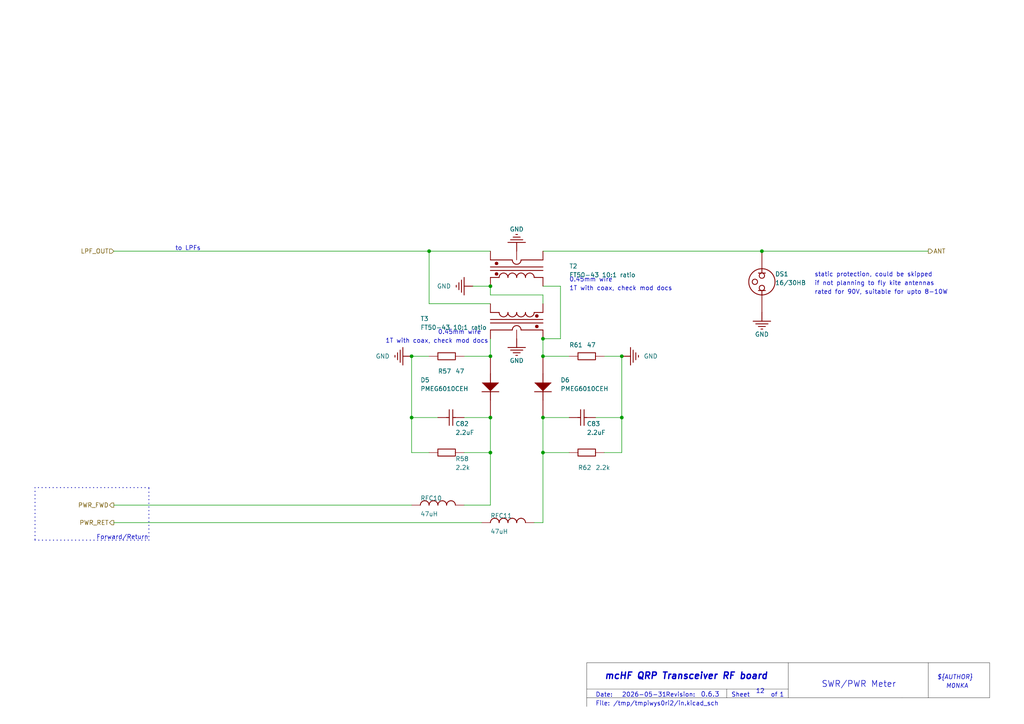
<source format=kicad_sch>
(kicad_sch (version 20231120) (generator "eeschema") (generator_version "8.0")
  (paper "A4")
  (title_block (title "mcHF QRP Transceiver RF board") (rev "0.6.3") (company "M0NKA"))
  (lib_symbols
    (symbol "rf_main-altium-import:GND_POWER_GROUND" (power)
      (property "Reference" "#PWR" (at 0 0 0))
      (property "Value" "GND" (at 0 6.35 0))
      (symbol "GND_POWER_GROUND_0_0"
        (polyline (pts (xy -2.54 -2.54) (xy 2.54 -2.54)) (stroke (width 0.254)))
        (polyline (pts (xy -1.778 -3.302) (xy 1.778 -3.302)) (stroke (width 0.254)))
        (polyline (pts (xy -1.016 -4.064) (xy 1.016 -4.064)) (stroke (width 0.254)))
        (polyline (pts (xy -0.254 -4.826) (xy 0.254 -4.826)) (stroke (width 0.254)))
        (polyline (pts (xy 0 0) (xy 0 -2.54)) (stroke (width 0.254)))
        (pin power_in line (at 0 0 0) (length 0) hide (name "GND") (number ""))
      )
    )
    (symbol "rf_main-altium-import:SWR/Power meter_0_RES_0"
      (symbol "SWR/Power meter_0_RES_0_1_0"
        (rectangle (start 5.08 -1.524) (end 0 -3.556) (stroke (width 0.254)))
        (pin passive line (at -2.54 -2.54 0) (length 2.54) (name "1") (number "1"))
        (pin passive line (at 7.62 -2.54 180) (length 2.54) (name "2") (number "2"))
      )
    )
    (symbol "rf_main-altium-import:SWR/Power meter_0_SWR_TR"
      (symbol "SWR/Power meter_0_SWR_TR_1_0"
        (polyline (pts (xy 2.54 2.54) (xy 5.08 2.54)) (stroke (width 0.254)))
        (polyline (pts (xy 2.54 4.572) (xy 17.78 4.572)) (stroke (width 0.254)))
        (polyline (pts (xy 2.54 5.588) (xy 17.78 5.588)) (stroke (width 0.254)))
        (polyline (pts (xy 2.54 7.62) (xy 8.89 7.62)) (stroke (width 0.254)))
        (polyline (pts (xy 11.43 7.62) (xy 17.78 7.62)) (stroke (width 0.254)))
        (polyline (pts (xy 15.24 2.54) (xy 17.78 2.54)) (stroke (width 0.254)))
        (circle (center 4.318 3.556) (radius 0.508) (stroke (width -0.0001)) (fill (type outline)))
        (circle (center 4.318 6.604) (radius 0.508) (stroke (width -0.0001)) (fill (type outline)))
        (arc (start 7.62 2.54) (mid 6.35 3.81) (end 5.08 2.54) (stroke (width 0.254)))
        (arc (start 8.89 7.62) (mid 10.16 6.35) (end 11.43 7.62) (stroke (width 0.254)))
        (arc (start 10.16 2.54) (mid 8.89 3.81) (end 7.62 2.54) (stroke (width 0.254)))
        (arc (start 12.7 2.54) (mid 11.43 3.81) (end 10.16 2.54) (stroke (width 0.254)))
        (arc (start 15.24 2.54) (mid 13.97 3.81) (end 12.7 2.54) (stroke (width 0.254)))
        (pin passive line (at 2.54 0 90) (length 2.54) (name "Pri+") (number "1"))
        (pin passive line (at 17.78 0 90) (length 2.54) (name "Pri-") (number "2"))
        (pin passive line (at 2.54 10.16 270) (length 2.54) (name "Sec+") (number "3"))
        (pin passive line (at 17.78 10.16 270) (length 2.54) (name "Sec-") (number "4"))
        (pin passive line (at 10.16 10.16 270) (length 2.54) (name "Shield") (number "5"))
      )
    )
    (symbol "rf_main-altium-import:SWR/Power meter_0_TDK-NLV25T"
      (symbol "SWR/Power meter_0_TDK-NLV25T_1_0"
        (arc (start 1.27 -1.27) (mid 0.372 -1.642) (end 0 -2.54) (stroke (width 0.254)))
        (arc (start 2.54 -2.54) (mid 2.168 -1.642) (end 1.27 -1.27) (stroke (width 0.254)))
        (arc (start 3.81 -1.27) (mid 2.912 -1.642) (end 2.54 -2.54) (stroke (width 0.254)))
        (arc (start 5.08 -2.54) (mid 4.708 -1.642) (end 3.81 -1.27) (stroke (width 0.254)))
        (arc (start 6.35 -1.27) (mid 5.452 -1.642) (end 5.08 -2.54) (stroke (width 0.254)))
        (arc (start 7.62 -2.54) (mid 7.248 -1.642) (end 6.35 -1.27) (stroke (width 0.254)))
        (arc (start 8.89 -1.27) (mid 7.992 -1.642) (end 7.62 -2.54) (stroke (width 0.254)))
        (arc (start 10.16 -2.54) (mid 9.788 -1.642) (end 8.89 -1.27) (stroke (width 0.254)))
        (pin passive line (at -2.54 -2.54 0) (length 2.54) (name "1") (number "1"))
        (pin passive line (at 12.7 -2.54 180) (length 2.54) (name "2") (number "2"))
      )
    )
    (symbol "rf_main-altium-import:SWR/Power meter_1_16/30HB"
      (symbol "SWR/Power meter_1_16/30HB_1_0"
        (polyline (pts (xy 2.54 0) (xy 2.54 1.27)) (stroke (width 0.254)))
        (polyline (pts (xy 2.54 6.35) (xy 2.54 7.62)) (stroke (width 0.254)))
        (polyline (pts (xy 3.556 1.27) (xy 1.524 1.27)) (stroke (width 0.254)))
        (polyline (pts (xy 3.556 6.35) (xy 1.524 6.35)) (stroke (width 0.254)))
        (circle (center 0.508 3.81) (radius 0.762) (stroke (width 0.254)))
        (circle (center 2.54 2.032) (radius 0.762) (stroke (width 0.254)))
        (circle (center 2.54 3.81) (radius 3.81) (stroke (width 0.254)))
        (circle (center 2.54 5.588) (radius 0.762) (stroke (width 0.254)))
        (pin passive line (at 2.54 -5.08 90) (length 5.08) (name "1") (number "1"))
        (pin passive line (at 2.54 12.7 270) (length 5.08) (name "2") (number "2"))
      )
    )
    (symbol "rf_main-altium-import:SWR/Power meter_1_CAP"
      (symbol "SWR/Power meter_1_CAP_1_0"
        (polyline (pts (xy 0 2.54) (xy 0.762 2.54)) (stroke (width 0.254)))
        (polyline (pts (xy 0.762 0.254) (xy 0.762 4.826)) (stroke (width 0.254)))
        (polyline (pts (xy 1.778 0.254) (xy 1.778 4.826)) (stroke (width 0.254)))
        (polyline (pts (xy 1.778 2.54) (xy 2.54 2.54)) (stroke (width 0.254)))
        (pin passive line (at -2.54 2.54 0) (length 2.54) (name "1") (number "1"))
        (pin passive line (at 5.08 2.54 180) (length 2.54) (name "2") (number "2"))
      )
    )
    (symbol "rf_main-altium-import:SWR/Power meter_2_SWR_TR"
      (symbol "SWR/Power meter_2_SWR_TR_1_0"
        (arc (start -15.24 -2.54) (mid -13.97 -3.81) (end -12.7 -2.54) (stroke (width 0.254)))
        (arc (start -12.7 -2.54) (mid -11.43 -3.81) (end -10.16 -2.54) (stroke (width 0.254)))
        (arc (start -10.16 -2.54) (mid -8.89 -3.81) (end -7.62 -2.54) (stroke (width 0.254)))
        (arc (start -8.89 -7.62) (mid -10.16 -6.35) (end -11.43 -7.62) (stroke (width 0.254)))
        (arc (start -7.62 -2.54) (mid -6.35 -3.81) (end -5.08 -2.54) (stroke (width 0.254)))
        (circle (center -4.318 -6.604) (radius 0.508) (stroke (width -0.0001)) (fill (type outline)))
        (circle (center -4.318 -3.556) (radius 0.508) (stroke (width -0.0001)) (fill (type outline)))
        (polyline (pts (xy -15.24 -2.54) (xy -17.78 -2.54)) (stroke (width 0.254)))
        (polyline (pts (xy -11.43 -7.62) (xy -17.78 -7.62)) (stroke (width 0.254)))
        (polyline (pts (xy -2.54 -7.62) (xy -8.89 -7.62)) (stroke (width 0.254)))
        (polyline (pts (xy -2.54 -5.588) (xy -17.78 -5.588)) (stroke (width 0.254)))
        (polyline (pts (xy -2.54 -4.572) (xy -17.78 -4.572)) (stroke (width 0.254)))
        (polyline (pts (xy -2.54 -2.54) (xy -5.08 -2.54)) (stroke (width 0.254)))
        (pin passive line (at -2.54 0 270) (length 2.54) (name "Pri+") (number "1"))
        (pin passive line (at -17.78 0 270) (length 2.54) (name "Pri-") (number "2"))
        (pin passive line (at -2.54 -10.16 90) (length 2.54) (name "Sec+") (number "3"))
        (pin passive line (at -17.78 -10.16 90) (length 2.54) (name "Sec-") (number "4"))
        (pin passive line (at -10.16 -10.16 90) (length 2.54) (name "Shield") (number "5"))
      )
    )
    (symbol "rf_main-altium-import:SWR/Power meter_3_PMEG6010CEH"
      (symbol "SWR/Power meter_3_PMEG6010CEH_1_0"
        (polyline (pts (xy -2.54 0) (xy -2.54 -7.62)) (stroke (width 0.254)))
        (polyline (pts (xy 0 -2.54) (xy -2.54 -5.08) (xy -5.08 -2.54) (xy 0 -2.54)) (stroke (width -0.0001)) (fill (type outline)))
        (polyline (pts (xy -5.08 -5.08) (xy -5.08 -5.334) (xy 0 -5.334) (xy 0 -5.08) (xy -5.08 -5.08)) (stroke (width -0.0001)) (fill (type outline)))
        (pin passive line (at -2.54 5.08 270) (length 5.08) (name "A") (number "1"))
        (pin passive line (at -2.54 -12.7 90) (length 5.08) (name "K") (number "2"))
      )
    )
  )
  (junction (at 157.48 121.1072))
  (junction (at 142.24 103.3272))
  (junction (at 142.24 131.2672))
  (junction (at 124.46 72.8472))
  (junction (at 157.48 103.3272))
  (junction (at 119.38 121.1072))
  (junction (at 157.48 131.2672))
  (junction (at 119.38 103.3272))
  (junction (at 157.48 98.2472))
  (junction (at 142.24 121.1072))
  (junction (at 220.98 72.8472))
  (junction (at 142.24 83.0072))
  (junction (at 180.34 121.1072))
  (junction (at 180.34 103.3272))
  (wire (pts (xy 165.1 131.2672) (xy 157.48 131.2672)))
  (wire (pts (xy 180.34 121.1072) (xy 180.34 103.3272)))
  (wire (pts (xy 157.48 88.0872) (xy 157.48 85.5472)))
  (wire (pts (xy 142.24 131.2672) (xy 142.24 146.5072)))
  (wire (pts (xy 165.1 121.1072) (xy 157.48 121.1072)))
  (wire (pts (xy 134.62 131.2672) (xy 142.24 131.2672)))
  (wire (pts (xy 220.98 72.8472) (xy 269.24 72.8472)))
  (wire (pts (xy 157.48 98.2472) (xy 157.48 103.3272)))
  (wire (pts (xy 33.02 151.5872) (xy 139.7 151.5872)))
  (wire (pts (xy 180.34 103.3272) (xy 175.26 103.3272)))
  (wire (pts (xy 157.48 85.5472) (xy 142.24 85.5472)))
  (polyline (pts (xy 261.62 202.3872) (xy 170.18 202.3872)) (stroke (width 0.0254) (type solid) (color 0 0 0 1)))
  (polyline (pts (xy 287.02 192.2272) (xy 170.18 192.2272)) (stroke (width 0.0254) (type solid) (color 0 0 0 1)))
  (polyline (pts (xy 170.18 192.2272) (xy 170.18 204.9272)) (stroke (width 0.0254) (type solid) (color 0 0 0 1)))
  (polyline (pts (xy 10.16 141.4272) (xy 10.16 156.6672)) (stroke (width 0.254) (type dot) (color 0 0 180 1)))
  (wire (pts (xy 124.46 88.0872) (xy 142.24 88.0872)))
  (wire (pts (xy 142.24 83.0072) (xy 137.16 83.0072)))
  (wire (pts (xy 119.38 103.3272) (xy 119.38 121.1072)))
  (wire (pts (xy 157.48 103.3272) (xy 165.1 103.3272)))
  (wire (pts (xy 157.48 131.2672) (xy 157.48 151.5872)))
  (wire (pts (xy 142.24 121.1072) (xy 142.24 131.2672)))
  (polyline (pts (xy 261.62 202.3872) (xy 287.02 202.3872)) (stroke (width 0.0254) (type solid) (color 0 0 0 1)))
  (wire (pts (xy 162.56 83.0072) (xy 162.56 98.2472)))
  (polyline (pts (xy 228.6 192.2272) (xy 228.6 202.3872)) (stroke (width 0.0254) (type solid) (color 0 0 0 1)))
  (wire (pts (xy 172.72 121.1072) (xy 180.34 121.1072)))
  (wire (pts (xy 33.02 146.5072) (xy 119.38 146.5072)))
  (polyline (pts (xy 210.82 199.8472) (xy 210.82 202.3872)) (stroke (width 0.0254) (type solid) (color 0 0 0 1)))
  (wire (pts (xy 157.48 151.5872) (xy 154.94 151.5872)))
  (polyline (pts (xy 43.18 156.6672) (xy 43.18 141.4272)) (stroke (width 0.254) (type dot) (color 0 0 180 1)))
  (wire (pts (xy 142.24 146.5072) (xy 134.62 146.5072)))
  (wire (pts (xy 124.46 72.8472) (xy 142.24 72.8472)))
  (polyline (pts (xy 170.18 199.8472) (xy 228.6 199.8472)) (stroke (width 0.0254) (type solid) (color 0 0 0 1)))
  (wire (pts (xy 162.56 98.2472) (xy 157.48 98.2472)))
  (wire (pts (xy 33.02 72.8472) (xy 124.46 72.8472)))
  (wire (pts (xy 127 121.1072) (xy 119.38 121.1072)))
  (wire (pts (xy 119.38 121.1072) (xy 119.38 131.2672)))
  (wire (pts (xy 157.48 83.0072) (xy 162.56 83.0072)))
  (polyline (pts (xy 287.02 202.3872) (xy 287.02 192.2272)) (stroke (width 0.0254) (type solid) (color 0 0 0 1)))
  (wire (pts (xy 142.24 85.5472) (xy 142.24 83.0072)))
  (polyline (pts (xy 10.16 156.6672) (xy 43.18 156.6672)) (stroke (width 0.254) (type dot) (color 0 0 180 1)))
  (wire (pts (xy 124.46 72.8472) (xy 124.46 88.0872)))
  (wire (pts (xy 124.46 103.3272) (xy 119.38 103.3272)))
  (polyline (pts (xy 43.18 141.4272) (xy 10.16 141.4272)) (stroke (width 0.254) (type dot) (color 0 0 180 1)))
  (wire (pts (xy 157.48 121.1072) (xy 157.48 131.2672)))
  (wire (pts (xy 119.38 131.2672) (xy 124.46 131.2672)))
  (wire (pts (xy 157.48 72.8472) (xy 220.98 72.8472)))
  (polyline (pts (xy 269.24 192.2272) (xy 269.24 202.3872)) (stroke (width 0.0254) (type solid) (color 0 0 0 1)))
  (wire (pts (xy 134.62 103.3272) (xy 142.24 103.3272)))
  (wire (pts (xy 142.24 103.3272) (xy 142.24 98.2472)))
  (wire (pts (xy 180.34 131.2672) (xy 180.34 121.1072)))
  (wire (pts (xy 134.62 121.1072) (xy 142.24 121.1072)))
  (wire (pts (xy 175.26 131.2672) (xy 180.34 131.2672)))
  (text "${COMPANY}" (at 274.32 199.8472 0) (effects (font (size 1.27 1.27) (italic yes)) (justify left bottom)))
  (text "Revision:" (at 193.04 202.3872 0) (effects (font (size 1.27 1.27)) (justify left bottom)))
  (text "Forward/Return" (at 27.94 156.6672 0) (effects (font (size 1.27 1.27)) (justify left bottom)))
  (text "if not planning to fly kite antennas" (at 236.22 83.0072 0) (effects (font (size 1.27 1.27)) (justify left bottom)))
  (text "1T with coax, check mod docs" (at 165.1 83.0072 0) (effects (font (size 1.27 1.27)) (justify left top)))
  (text "${AUTHOR}" (at 271.78 197.3072 0) (effects (font (size 1.27 1.27) (italic yes)) (justify left bottom)))
  (text "of" (at 223.52 202.3872 0) (effects (font (size 1.27 1.27)) (justify left bottom)))
  (text "${FILEPATH}" (at 177.8 204.9272 0) (effects (font (size 1.27 1.27)) (justify left bottom)))
  (text "0.45mm wire" (at 127 95.7072 0) (effects (font (size 1.27 1.27)) (justify left top)))
  (text "${REVISION}" (at 203.2 202.3872 0) (effects (font (size 1.397 1.397)) (justify left bottom)))
  (text "${TITLE}" (at 175.26 197.3072 0) (effects (font (size 1.905 1.905) (thickness 0.381) (bold yes) (italic yes)) (justify left bottom)))
  (text "0.45mm wire" (at 165.1 80.4672 0) (effects (font (size 1.27 1.27)) (justify left top)))
  (text "File:" (at 172.72 204.9272 0) (effects (font (size 1.27 1.27)) (justify left bottom)))
  (text "Date:" (at 172.72 202.3872 0) (effects (font (size 1.27 1.27)) (justify left bottom)))
  (text "static protection, could be skipped" (at 236.22 80.4672 0) (effects (font (size 1.27 1.27)) (justify left bottom)))
  (text "1T with coax, check mod docs" (at 111.76 98.2472 0) (effects (font (size 1.27 1.27)) (justify left top)))
  (text "${CURRENT_DATE}" (at 180.34 202.3872 0) (effects (font (size 1.27 1.27)) (justify left bottom)))
  (text "12" (at 219.202 199.8472 0) (effects (font (size 1.27 1.27)) (justify left top)))
  (text "rated for 90V, suitable for upto 8-10W" (at 236.22 85.5472 0) (effects (font (size 1.27 1.27)) (justify left bottom)))
  (text "to LPFs" (at 50.8 72.8472 0) (effects (font (size 1.27 1.27)) (justify left bottom)))
  (text "${##}" (at 226.06 202.3872 0) (effects (font (size 1.27 1.27)) (justify left bottom)))
  (text "Sheet" (at 212.09 202.3872 0) (effects (font (size 1.27 1.27)) (justify left bottom)))
  (text "SWR/PWR Meter" (at 238.252 199.5932 0) (effects (font (size 1.778 1.778)) (justify left bottom)))
  (hierarchical_label "LPF_OUT" (shape input) (at 33.02 72.8472 180))
  (hierarchical_label "PWR_FWD" (shape output) (at 33.02 146.5072 180))
  (hierarchical_label "PWR_RET" (shape output) (at 33.02 151.5872 180))
  (hierarchical_label "ANT" (shape output) (at 269.24 72.8472 0))
  (symbol (lib_id "rf_main-altium-import:GND_POWER_GROUND") (at 119.38 103.3272 270) (unit 1)
    (property "Reference" "#PWR?" (effects (hide yes)))
    (property "Value" "GND" (at 113.03 103.3272 90) (effects (justify right)))
  )
  (symbol (lib_id "rf_main-altium-import:GND_POWER_GROUND") (at 180.34 103.3272 90) (unit 1)
    (property "Reference" "#PWR?" (effects (hide yes)))
    (property "Value" "GND" (at 186.69 103.3272 90) (effects (justify right)))
  )
  (symbol (lib_id "rf_main-altium-import:GND_POWER_GROUND") (at 220.98 90.6272 0) (unit 1)
    (property "Reference" "#PWR?" (effects (hide yes)))
    (property "Value" "GND" (at 220.98 96.9772 0))
  )
  (symbol (lib_id "rf_main-altium-import:SWR/Power meter_1_CAP") (at 129.54 123.6472 0) (unit 1)
    (property "Reference" "C82" (at 132.08 123.6472 0) (effects (justify left bottom)))
    (property "Value" "2.2uF" (at 132.08 126.1872 0) (effects (justify left bottom)))
    (property "Footprint" "0805-Pro" (effects (hide yes)))
    (property "Description" "Capacitor" (effects (hide yes)))
    (property "PRICE" "0.115" (effects (hide yes)))
    (property "ORDER" "FN 184-5751" (effects (hide yes)))
    (property "QT ORDER" "QCC-00103" (effects (hide yes)))
  )
  (symbol (lib_id "rf_main-altium-import:SWR/Power meter_3_PMEG6010CEH") (at 144.78 108.4072 0) (unit 1)
    (property "Reference" "D5" (at 121.92 110.9472 0) (effects (justify left bottom)))
    (property "Value" "PMEG6010CEH" (at 121.92 113.4872 0) (effects (justify left bottom)))
    (property "Footprint" "SOD87" (effects (hide yes)))
    (property "Description" "DIODE, SCHOTTKY, 1A, 60V, SOD-123F" (effects (hide yes)))
    (property "ORDER" "FN 151-0694" (effects (hide yes)))
    (property "PRICE" "0.085" (effects (hide yes)))
    (property "QT ORDER" "QCD-00034" (effects (hide yes)))
  )
  (symbol (lib_id "rf_main-altium-import:GND_POWER_GROUND") (at 137.16 83.0072 270) (unit 1)
    (property "Reference" "#PWR?" (effects (hide yes)))
    (property "Value" "GND" (at 130.81 83.0072 90) (effects (justify right)))
  )
  (symbol (lib_id "rf_main-altium-import:SWR/Power meter_0_RES_0") (at 127 100.7872 0) (unit 1)
    (property "Reference" "R57" (at 127 108.4072 0) (effects (justify left bottom)))
    (property "Value" "47" (at 132.08 108.4072 0) (effects (justify left bottom)))
    (property "Footprint" "0805-Pro" (effects (hide yes)))
    (property "Description" "Resistor" (effects (hide yes)))
    (property "PRICE" "0.052" (effects (hide yes)))
    (property "ORDER" "FN 173-8942" (effects (hide yes)))
    (property "QT ORDER" "QCR-00293" (effects (hide yes)))
  )
  (symbol (lib_id "rf_main-altium-import:SWR/Power meter_0_TDK-NLV25T") (at 121.92 143.9672 0) (unit 1)
    (property "Reference" "RFC10" (at 121.92 145.2372 0) (effects (justify left bottom)))
    (property "Value" "47uH" (at 121.92 149.8092 0) (effects (justify left bottom)))
    (property "Footprint" "0805-Pro" (effects (hide yes)))
    (property "Description" "INDUCTOR, SIGNAL LINE, 4.7UH, 1005" (effects (hide yes)))
    (property "ORDER" "FN 166-9895" (effects (hide yes)))
    (property "PRICE" "0.166" (effects (hide yes)))
  )
  (symbol (lib_id "rf_main-altium-import:SWR/Power meter_1_CAP") (at 167.64 123.6472 0) (unit 1)
    (property "Reference" "C83" (at 170.18 123.6472 0) (effects (justify left bottom)))
    (property "Value" "2.2uF" (at 170.18 126.1872 0) (effects (justify left bottom)))
    (property "Footprint" "0805-Pro" (effects (hide yes)))
    (property "Description" "Capacitor" (effects (hide yes)))
    (property "PRICE" "0.115" (effects (hide yes)))
    (property "ORDER" "FN 184-5751" (effects (hide yes)))
    (property "QT ORDER" "QCC-00103" (effects (hide yes)))
  )
  (symbol (lib_id "rf_main-altium-import:SWR/Power meter_0_TDK-NLV25T") (at 142.24 149.0472 0) (unit 1)
    (property "Reference" "RFC11" (at 142.24 150.3172 0) (effects (justify left bottom)))
    (property "Value" "47uH" (at 142.24 154.8892 0) (effects (justify left bottom)))
    (property "Footprint" "0805-Pro" (effects (hide yes)))
    (property "Description" "INDUCTOR, SIGNAL LINE, 4.7UH, 1005" (effects (hide yes)))
    (property "ORDER" "FN 166-9895" (effects (hide yes)))
    (property "PRICE" "0.166" (effects (hide yes)))
  )
  (symbol (lib_id "rf_main-altium-import:SWR/Power meter_0_RES_0") (at 167.64 128.7272 0) (unit 1)
    (property "Reference" "R62" (at 167.64 136.3472 0) (effects (justify left bottom)))
    (property "Value" "2.2k" (at 172.72 136.3472 0) (effects (justify left bottom)))
    (property "Footprint" "0805-Pro" (effects (hide yes)))
    (property "Description" "Resistor" (effects (hide yes)))
    (property "ORDER" "FN 188-7289" (effects (hide yes)))
    (property "PRICE" "0.046" (effects (hide yes)))
    (property "QT ORDER" "QCR-00333" (effects (hide yes)))
  )
  (symbol (lib_id "rf_main-altium-import:SWR/Power meter_0_RES_0") (at 167.64 100.7872 0) (unit 1)
    (property "Reference" "R61" (at 165.1 100.7872 0) (effects (justify left bottom)))
    (property "Value" "47" (at 170.18 100.7872 0) (effects (justify left bottom)))
    (property "Footprint" "0805-Pro" (effects (hide yes)))
    (property "Description" "Resistor" (effects (hide yes)))
    (property "PRICE" "0.052" (effects (hide yes)))
    (property "ORDER" "FN 173-8942" (effects (hide yes)))
    (property "QT ORDER" "QCR-00293" (effects (hide yes)))
  )
  (symbol (lib_id "rf_main-altium-import:SWR/Power meter_2_SWR_TR") (at 160.02 88.0872 0) (unit 1)
    (property "Reference" "T3" (at 121.92 93.1672 0) (effects (justify left bottom)))
    (property "Value" "FT50-43 10:1 ratio" (at 121.92 95.7072 0) (effects (justify left bottom)))
    (property "Footprint" "SWR_TR _new" (effects (hide yes)))
    (property "Description" "SWR Bridge transformer" (effects (hide yes)))
    (property "ORDER" "EB 300771069431" (effects (hide yes)))
    (property "PRICE" "0.795" (effects (hide yes)))
  )
  (symbol (lib_id "rf_main-altium-import:SWR/Power meter_3_PMEG6010CEH") (at 160.02 108.4072 0) (unit 1)
    (property "Reference" "D6" (at 162.56 110.9472 0) (effects (justify left bottom)))
    (property "Value" "PMEG6010CEH" (at 162.56 113.4872 0) (effects (justify left bottom)))
    (property "Footprint" "SOD87" (effects (hide yes)))
    (property "Description" "DIODE, SCHOTTKY, 1A, 60V, SOD-123F" (effects (hide yes)))
    (property "ORDER" "FN 151-0694" (effects (hide yes)))
    (property "PRICE" "0.085" (effects (hide yes)))
    (property "QT ORDER" "QCD-00034" (effects (hide yes)))
  )
  (symbol (lib_id "rf_main-altium-import:SWR/Power meter_1_16/30HB") (at 218.44 85.5472 0) (unit 1)
    (property "Reference" "DS1" (at 224.79 80.2132 0) (effects (justify left bottom)))
    (property "Value" "16/30HB" (at 224.79 82.7532 0) (effects (justify left bottom)))
    (property "Footprint" "SIP2" (effects (hide yes)))
    (property "Description" "NEON LAMP, WIRE ENDED, T2" (effects (hide yes)))
    (property "ORDER" "FN 113-9250" (effects (hide yes)))
    (property "PRICE" "0.243" (effects (hide yes)))
  )
  (symbol (lib_id "rf_main-altium-import:GND_POWER_GROUND") (at 149.86 98.2472 0) (unit 1)
    (property "Reference" "#PWR?" (effects (hide yes)))
    (property "Value" "GND" (at 149.86 104.5972 0))
  )
  (symbol (lib_id "rf_main-altium-import:GND_POWER_GROUND") (at 149.86 72.8472 180) (unit 1)
    (property "Reference" "#PWR?" (effects (hide yes)))
    (property "Value" "GND" (at 149.86 66.4972 0))
  )
  (symbol (lib_id "rf_main-altium-import:SWR/Power meter_0_SWR_TR") (at 139.7 83.0072 0) (unit 1)
    (property "Reference" "T2" (at 165.1 77.9272 0) (effects (justify left bottom)))
    (property "Value" "FT50-43 10:1 ratio" (at 165.1 80.4672 0) (effects (justify left bottom)))
    (property "Footprint" "SWR_TR _new" (effects (hide yes)))
    (property "Description" "SWR Bridge transformer" (effects (hide yes)))
    (property "ORDER" "EB 300771069431" (effects (hide yes)))
    (property "PRICE" "0.795" (effects (hide yes)))
  )
  (symbol (lib_id "rf_main-altium-import:SWR/Power meter_0_RES_0") (at 127 128.7272 0) (unit 1)
    (property "Reference" "R58" (at 132.08 133.8072 0) (effects (justify left bottom)))
    (property "Value" "2.2k" (at 132.08 136.3472 0) (effects (justify left bottom)))
    (property "Footprint" "0805-Pro" (effects (hide yes)))
    (property "Description" "Resistor" (effects (hide yes)))
    (property "ORDER" "FN 188-7289" (effects (hide yes)))
    (property "PRICE" "0.046" (effects (hide yes)))
    (property "QT ORDER" "QCR-00333" (effects (hide yes)))
  )
)
</source>
